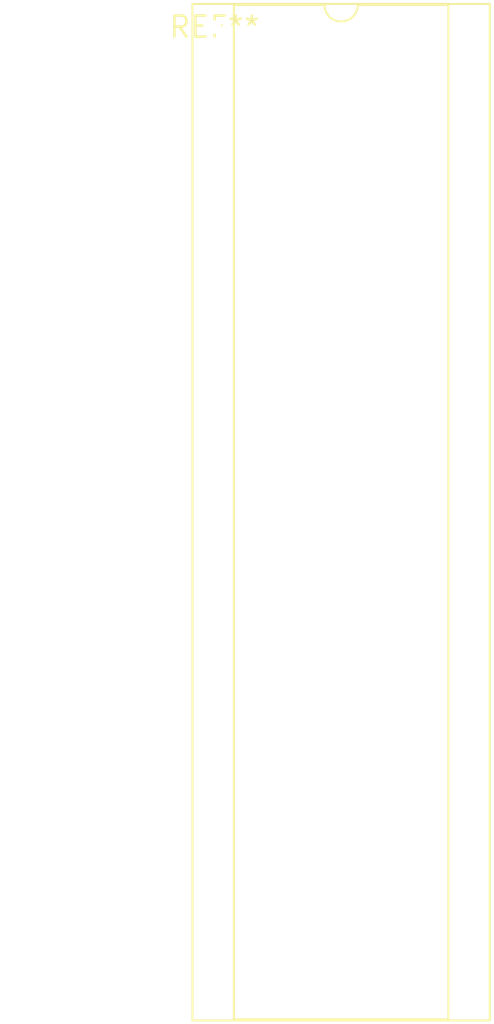
<source format=kicad_pcb>
(kicad_pcb (version 20240108) (generator pcbnew)
  (layers (0 "F.Cu" signal) (31 "B.Cu" signal) (34 "B.Paste" user) (35 "F.Paste" user) (36 "B.SilkS" user "B.Silkscreen") (37 "F.SilkS" user "F.Silkscreen") (38 "B.Mask" user) (39 "F.Mask" user) (44 "Edge.Cuts" user))
  (net 0 "")
  (footprint "DIP-48_W15.24mm_Socket" (layer "F.Cu") (at 0 0)
    (property "Reference" "REF**")
    (property "Value" "DIP-48_W15.24mm_Socket")
    (fp_line (start -1.33 -1.39) (end -1.33 59.81) (layer "F.SilkS") (stroke (width 0.12)))
    (fp_line (start -1.33 59.81) (end 16.57 59.81) (layer "F.SilkS") (stroke (width 0.12)))
    (fp_line (start 1.16 -1.33) (end 1.16 59.75) (layer "F.SilkS") (stroke (width 0.12)))
    (fp_line (start 1.16 59.75) (end 14.08 59.75) (layer "F.SilkS") (stroke (width 0.12)))
    (fp_line (start 6.62 -1.33) (end 1.16 -1.33) (layer "F.SilkS") (stroke (width 0.12)))
    (fp_line (start 14.08 -1.33) (end 8.62 -1.33) (layer "F.SilkS") (stroke (width 0.12)))
    (fp_line (start 14.08 59.75) (end 14.08 -1.33) (layer "F.SilkS") (stroke (width 0.12)))
    (fp_line (start 16.57 -1.39) (end -1.33 -1.39) (layer "F.SilkS") (stroke (width 0.12)))
    (fp_line (start 16.57 59.81) (end 16.57 -1.39) (layer "F.SilkS") (stroke (width 0.12)))
    (fp_arc (start 8.62 -1.33) (mid 7.62 -0.33) (end 6.62 -1.33) (layer "F.SilkS") (stroke (width 0.12)))
    (pad "1" thru_hole rect (at 0 0) (size 1.6 1.6) (drill 0.8) (layers *.Cu *.Mask) (remove_unused_layers))
    (pad "2" thru_hole oval (at 0 2.54) (size 1.6 1.6) (drill 0.8) (layers *.Cu *.Mask) (remove_unused_layers))
    (pad "3" thru_hole oval (at 0 5.08) (size 1.6 1.6) (drill 0.8) (layers *.Cu *.Mask) (remove_unused_layers))
    (pad "4" thru_hole oval (at 0 7.62) (size 1.6 1.6) (drill 0.8) (layers *.Cu *.Mask) (remove_unused_layers))
    (pad "5" thru_hole oval (at 0 10.16) (size 1.6 1.6) (drill 0.8) (layers *.Cu *.Mask) (remove_unused_layers))
    (pad "6" thru_hole oval (at 0 12.7) (size 1.6 1.6) (drill 0.8) (layers *.Cu *.Mask) (remove_unused_layers))
    (pad "7" thru_hole oval (at 0 15.24) (size 1.6 1.6) (drill 0.8) (layers *.Cu *.Mask) (remove_unused_layers))
    (pad "8" thru_hole oval (at 0 17.78) (size 1.6 1.6) (drill 0.8) (layers *.Cu *.Mask) (remove_unused_layers))
    (pad "9" thru_hole oval (at 0 20.32) (size 1.6 1.6) (drill 0.8) (layers *.Cu *.Mask) (remove_unused_layers))
    (pad "10" thru_hole oval (at 0 22.86) (size 1.6 1.6) (drill 0.8) (layers *.Cu *.Mask) (remove_unused_layers))
    (pad "11" thru_hole oval (at 0 25.4) (size 1.6 1.6) (drill 0.8) (layers *.Cu *.Mask) (remove_unused_layers))
    (pad "12" thru_hole oval (at 0 27.94) (size 1.6 1.6) (drill 0.8) (layers *.Cu *.Mask) (remove_unused_layers))
    (pad "13" thru_hole oval (at 0 30.48) (size 1.6 1.6) (drill 0.8) (layers *.Cu *.Mask) (remove_unused_layers))
    (pad "14" thru_hole oval (at 0 33.02) (size 1.6 1.6) (drill 0.8) (layers *.Cu *.Mask) (remove_unused_layers))
    (pad "15" thru_hole oval (at 0 35.56) (size 1.6 1.6) (drill 0.8) (layers *.Cu *.Mask) (remove_unused_layers))
    (pad "16" thru_hole oval (at 0 38.1) (size 1.6 1.6) (drill 0.8) (layers *.Cu *.Mask) (remove_unused_layers))
    (pad "17" thru_hole oval (at 0 40.64) (size 1.6 1.6) (drill 0.8) (layers *.Cu *.Mask) (remove_unused_layers))
    (pad "18" thru_hole oval (at 0 43.18) (size 1.6 1.6) (drill 0.8) (layers *.Cu *.Mask) (remove_unused_layers))
    (pad "19" thru_hole oval (at 0 45.72) (size 1.6 1.6) (drill 0.8) (layers *.Cu *.Mask) (remove_unused_layers))
    (pad "20" thru_hole oval (at 0 48.26) (size 1.6 1.6) (drill 0.8) (layers *.Cu *.Mask) (remove_unused_layers))
    (pad "21" thru_hole oval (at 0 50.8) (size 1.6 1.6) (drill 0.8) (layers *.Cu *.Mask) (remove_unused_layers))
    (pad "22" thru_hole oval (at 0 53.34) (size 1.6 1.6) (drill 0.8) (layers *.Cu *.Mask) (remove_unused_layers))
    (pad "23" thru_hole oval (at 0 55.88) (size 1.6 1.6) (drill 0.8) (layers *.Cu *.Mask) (remove_unused_layers))
    (pad "24" thru_hole oval (at 0 58.42) (size 1.6 1.6) (drill 0.8) (layers *.Cu *.Mask) (remove_unused_layers))
    (pad "25" thru_hole oval (at 15.24 58.42) (size 1.6 1.6) (drill 0.8) (layers *.Cu *.Mask) (remove_unused_layers))
    (pad "26" thru_hole oval (at 15.24 55.88) (size 1.6 1.6) (drill 0.8) (layers *.Cu *.Mask) (remove_unused_layers))
    (pad "27" thru_hole oval (at 15.24 53.34) (size 1.6 1.6) (drill 0.8) (layers *.Cu *.Mask) (remove_unused_layers))
    (pad "28" thru_hole oval (at 15.24 50.8) (size 1.6 1.6) (drill 0.8) (layers *.Cu *.Mask) (remove_unused_layers))
    (pad "29" thru_hole oval (at 15.24 48.26) (size 1.6 1.6) (drill 0.8) (layers *.Cu *.Mask) (remove_unused_layers))
    (pad "30" thru_hole oval (at 15.24 45.72) (size 1.6 1.6) (drill 0.8) (layers *.Cu *.Mask) (remove_unused_layers))
    (pad "31" thru_hole oval (at 15.24 43.18) (size 1.6 1.6) (drill 0.8) (layers *.Cu *.Mask) (remove_unused_layers))
    (pad "32" thru_hole oval (at 15.24 40.64) (size 1.6 1.6) (drill 0.8) (layers *.Cu *.Mask) (remove_unused_layers))
    (pad "33" thru_hole oval (at 15.24 38.1) (size 1.6 1.6) (drill 0.8) (layers *.Cu *.Mask) (remove_unused_layers))
    (pad "34" thru_hole oval (at 15.24 35.56) (size 1.6 1.6) (drill 0.8) (layers *.Cu *.Mask) (remove_unused_layers))
    (pad "35" thru_hole oval (at 15.24 33.02) (size 1.6 1.6) (drill 0.8) (layers *.Cu *.Mask) (remove_unused_layers))
    (pad "36" thru_hole oval (at 15.24 30.48) (size 1.6 1.6) (drill 0.8) (layers *.Cu *.Mask) (remove_unused_layers))
    (pad "37" thru_hole oval (at 15.24 27.94) (size 1.6 1.6) (drill 0.8) (layers *.Cu *.Mask) (remove_unused_layers))
    (pad "38" thru_hole oval (at 15.24 25.4) (size 1.6 1.6) (drill 0.8) (layers *.Cu *.Mask) (remove_unused_layers))
    (pad "39" thru_hole oval (at 15.24 22.86) (size 1.6 1.6) (drill 0.8) (layers *.Cu *.Mask) (remove_unused_layers))
    (pad "40" thru_hole oval (at 15.24 20.32) (size 1.6 1.6) (drill 0.8) (layers *.Cu *.Mask) (remove_unused_layers))
    (pad "41" thru_hole oval (at 15.24 17.78) (size 1.6 1.6) (drill 0.8) (layers *.Cu *.Mask) (remove_unused_layers))
    (pad "42" thru_hole oval (at 15.24 15.24) (size 1.6 1.6) (drill 0.8) (layers *.Cu *.Mask) (remove_unused_layers))
    (pad "43" thru_hole oval (at 15.24 12.7) (size 1.6 1.6) (drill 0.8) (layers *.Cu *.Mask) (remove_unused_layers))
    (pad "44" thru_hole oval (at 15.24 10.16) (size 1.6 1.6) (drill 0.8) (layers *.Cu *.Mask) (remove_unused_layers))
    (pad "45" thru_hole oval (at 15.24 7.62) (size 1.6 1.6) (drill 0.8) (layers *.Cu *.Mask) (remove_unused_layers))
    (pad "46" thru_hole oval (at 15.24 5.08) (size 1.6 1.6) (drill 0.8) (layers *.Cu *.Mask) (remove_unused_layers))
    (pad "47" thru_hole oval (at 15.24 2.54) (size 1.6 1.6) (drill 0.8) (layers *.Cu *.Mask) (remove_unused_layers))
    (pad "48" thru_hole oval (at 15.24 0) (size 1.6 1.6) (drill 0.8) (layers *.Cu *.Mask) (remove_unused_layers))
  )
)
</source>
